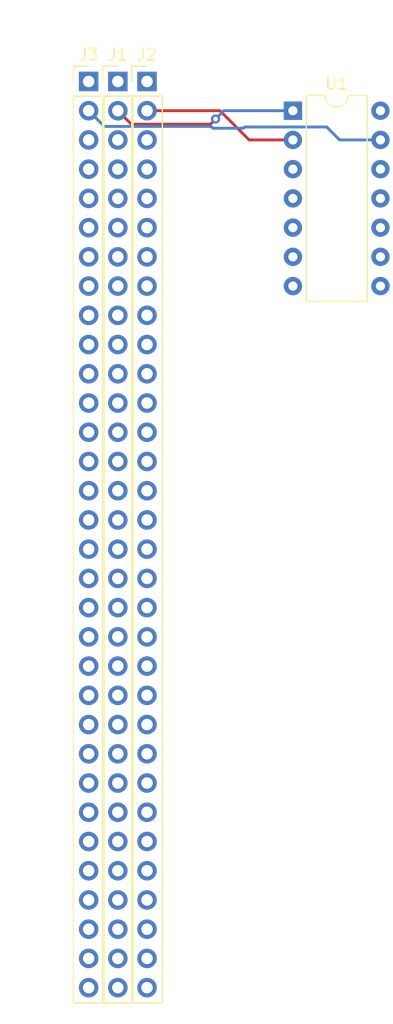
<source format=kicad_pcb>
(kicad_pcb (version 20211014) (generator pcbnew)
  (layers (0 "F.Cu" signal) (31 "B.Cu" signal) (34 "B.Paste" user) (35 "F.Paste" user) (36 "B.SilkS" user "B.Silkscreen") (37 "F.SilkS" user "F.Silkscreen") (38 "B.Mask" user) (39 "F.Mask" user) (44 "Edge.Cuts" user))
  (net 0 "")
  (net 2 "Net-(J1-Pad2)")
  (net 34 "Net-(J2-Pad2)")
  (net 66 "Net-(J3-Pad2)")
  (net 97 "Gnd")
  (net 99 "Vcc")
  (footprint "Connector_PinHeader_2.54mm:PinHeader_1x32_P2.54mm_Vertical" (layer "F.Cu") (at 96.52 48.26)
    (fp_text reference "J2" (at 0 -2.33) (layer "F.SilkS"))
    (fp_text value "Conn_01x32_Female")
    (fp_line (start 1.33 1.27) (end 1.33 80.07) (layer "F.SilkS") (width 0.12))
    (fp_line (start -1.33 1.27) (end -1.33 80.07) (layer "F.SilkS") (width 0.12))
    (fp_line (start -1.33 -1.33) (end 0 -1.33) (layer "F.SilkS") (width 0.12))
    (fp_line (start -1.33 0) (end -1.33 -1.33) (layer "F.SilkS") (width 0.12))
    (fp_line (start -1.33 80.07) (end 1.33 80.07) (layer "F.SilkS") (width 0.12))
    (fp_line (start -1.33 1.27) (end 1.33 1.27) (layer "F.SilkS") (width 0.12))
    (pad "1" thru_hole rect (at 0 0) (size 1.7 1.7) (drill 1) (layers *.Cu *.Mask))
    (pad "2" thru_hole oval (at 0 2.54) (size 1.7 1.7) (drill 1) (layers *.Cu *.Mask) (net 34 "Net-(J2-Pad2)"))
    (pad "3" thru_hole oval (at 0 5.08) (size 1.7 1.7) (drill 1) (layers *.Cu *.Mask))
    (pad "4" thru_hole oval (at 0 7.62) (size 1.7 1.7) (drill 1) (layers *.Cu *.Mask))
    (pad "5" thru_hole oval (at 0 10.16) (size 1.7 1.7) (drill 1) (layers *.Cu *.Mask))
    (pad "6" thru_hole oval (at 0 12.7) (size 1.7 1.7) (drill 1) (layers *.Cu *.Mask))
    (pad "7" thru_hole oval (at 0 15.24) (size 1.7 1.7) (drill 1) (layers *.Cu *.Mask))
    (pad "8" thru_hole oval (at 0 17.78) (size 1.7 1.7) (drill 1) (layers *.Cu *.Mask))
    (pad "9" thru_hole oval (at 0 20.32) (size 1.7 1.7) (drill 1) (layers *.Cu *.Mask))
    (pad "10" thru_hole oval (at 0 22.86) (size 1.7 1.7) (drill 1) (layers *.Cu *.Mask))
    (pad "11" thru_hole oval (at 0 25.4) (size 1.7 1.7) (drill 1) (layers *.Cu *.Mask))
    (pad "12" thru_hole oval (at 0 27.94) (size 1.7 1.7) (drill 1) (layers *.Cu *.Mask))
    (pad "13" thru_hole oval (at 0 30.48) (size 1.7 1.7) (drill 1) (layers *.Cu *.Mask))
    (pad "14" thru_hole oval (at 0 33.02) (size 1.7 1.7) (drill 1) (layers *.Cu *.Mask))
    (pad "15" thru_hole oval (at 0 35.56) (size 1.7 1.7) (drill 1) (layers *.Cu *.Mask))
    (pad "16" thru_hole oval (at 0 38.1) (size 1.7 1.7) (drill 1) (layers *.Cu *.Mask))
    (pad "17" thru_hole oval (at 0 40.64) (size 1.7 1.7) (drill 1) (layers *.Cu *.Mask))
    (pad "18" thru_hole oval (at 0 43.18) (size 1.7 1.7) (drill 1) (layers *.Cu *.Mask))
    (pad "19" thru_hole oval (at 0 45.72) (size 1.7 1.7) (drill 1) (layers *.Cu *.Mask))
    (pad "20" thru_hole oval (at 0 48.26) (size 1.7 1.7) (drill 1) (layers *.Cu *.Mask))
    (pad "21" thru_hole oval (at 0 50.8) (size 1.7 1.7) (drill 1) (layers *.Cu *.Mask))
    (pad "22" thru_hole oval (at 0 53.34) (size 1.7 1.7) (drill 1) (layers *.Cu *.Mask))
    (pad "23" thru_hole oval (at 0 55.88) (size 1.7 1.7) (drill 1) (layers *.Cu *.Mask))
    (pad "24" thru_hole oval (at 0 58.42) (size 1.7 1.7) (drill 1) (layers *.Cu *.Mask))
    (pad "25" thru_hole oval (at 0 60.96) (size 1.7 1.7) (drill 1) (layers *.Cu *.Mask))
    (pad "26" thru_hole oval (at 0 63.5) (size 1.7 1.7) (drill 1) (layers *.Cu *.Mask))
    (pad "27" thru_hole oval (at 0 66.04) (size 1.7 1.7) (drill 1) (layers *.Cu *.Mask))
    (pad "28" thru_hole oval (at 0 68.58) (size 1.7 1.7) (drill 1) (layers *.Cu *.Mask))
    (pad "29" thru_hole oval (at 0 71.12) (size 1.7 1.7) (drill 1) (layers *.Cu *.Mask))
    (pad "30" thru_hole oval (at 0 73.66) (size 1.7 1.7) (drill 1) (layers *.Cu *.Mask))
    (pad "31" thru_hole oval (at 0 76.2) (size 1.7 1.7) (drill 1) (layers *.Cu *.Mask))
    (pad "32" thru_hole oval (at 0 78.74) (size 1.7 1.7) (drill 1) (layers *.Cu *.Mask))
  )
  (footprint "Connector_PinHeader_2.54mm:PinHeader_1x32_P2.54mm_Vertical" (layer "F.Cu") (at 93.98 48.26)
    (fp_text reference "J1" (at 0 -2.33) (layer "F.SilkS"))
    (fp_text value "Conn_01x32_Female")
    (fp_line (start -1.33 0) (end -1.33 -1.33) (layer "F.SilkS") (width 0.12))
    (fp_line (start -1.33 80.07) (end 1.33 80.07) (layer "F.SilkS") (width 0.12))
    (fp_line (start 1.33 1.27) (end 1.33 80.07) (layer "F.SilkS") (width 0.12))
    (fp_line (start -1.33 1.27) (end 1.33 1.27) (layer "F.SilkS") (width 0.12))
    (fp_line (start -1.33 -1.33) (end 0 -1.33) (layer "F.SilkS") (width 0.12))
    (fp_line (start -1.33 1.27) (end -1.33 80.07) (layer "F.SilkS") (width 0.12))
    (pad "1" thru_hole rect (at 0 0) (size 1.7 1.7) (drill 1) (layers *.Cu *.Mask))
    (pad "2" thru_hole oval (at 0 2.54) (size 1.7 1.7) (drill 1) (layers *.Cu *.Mask) (net 2 "Net-(J1-Pad2)"))
    (pad "3" thru_hole oval (at 0 5.08) (size 1.7 1.7) (drill 1) (layers *.Cu *.Mask))
    (pad "4" thru_hole oval (at 0 7.62) (size 1.7 1.7) (drill 1) (layers *.Cu *.Mask))
    (pad "5" thru_hole oval (at 0 10.16) (size 1.7 1.7) (drill 1) (layers *.Cu *.Mask))
    (pad "6" thru_hole oval (at 0 12.7) (size 1.7 1.7) (drill 1) (layers *.Cu *.Mask))
    (pad "7" thru_hole oval (at 0 15.24) (size 1.7 1.7) (drill 1) (layers *.Cu *.Mask))
    (pad "8" thru_hole oval (at 0 17.78) (size 1.7 1.7) (drill 1) (layers *.Cu *.Mask))
    (pad "9" thru_hole oval (at 0 20.32) (size 1.7 1.7) (drill 1) (layers *.Cu *.Mask))
    (pad "10" thru_hole oval (at 0 22.86) (size 1.7 1.7) (drill 1) (layers *.Cu *.Mask))
    (pad "11" thru_hole oval (at 0 25.4) (size 1.7 1.7) (drill 1) (layers *.Cu *.Mask))
    (pad "12" thru_hole oval (at 0 27.94) (size 1.7 1.7) (drill 1) (layers *.Cu *.Mask))
    (pad "13" thru_hole oval (at 0 30.48) (size 1.7 1.7) (drill 1) (layers *.Cu *.Mask))
    (pad "14" thru_hole oval (at 0 33.02) (size 1.7 1.7) (drill 1) (layers *.Cu *.Mask))
    (pad "15" thru_hole oval (at 0 35.56) (size 1.7 1.7) (drill 1) (layers *.Cu *.Mask))
    (pad "16" thru_hole oval (at 0 38.1) (size 1.7 1.7) (drill 1) (layers *.Cu *.Mask))
    (pad "17" thru_hole oval (at 0 40.64) (size 1.7 1.7) (drill 1) (layers *.Cu *.Mask))
    (pad "18" thru_hole oval (at 0 43.18) (size 1.7 1.7) (drill 1) (layers *.Cu *.Mask))
    (pad "19" thru_hole oval (at 0 45.72) (size 1.7 1.7) (drill 1) (layers *.Cu *.Mask))
    (pad "20" thru_hole oval (at 0 48.26) (size 1.7 1.7) (drill 1) (layers *.Cu *.Mask))
    (pad "21" thru_hole oval (at 0 50.8) (size 1.7 1.7) (drill 1) (layers *.Cu *.Mask))
    (pad "22" thru_hole oval (at 0 53.34) (size 1.7 1.7) (drill 1) (layers *.Cu *.Mask))
    (pad "23" thru_hole oval (at 0 55.88) (size 1.7 1.7) (drill 1) (layers *.Cu *.Mask))
    (pad "24" thru_hole oval (at 0 58.42) (size 1.7 1.7) (drill 1) (layers *.Cu *.Mask))
    (pad "25" thru_hole oval (at 0 60.96) (size 1.7 1.7) (drill 1) (layers *.Cu *.Mask))
    (pad "26" thru_hole oval (at 0 63.5) (size 1.7 1.7) (drill 1) (layers *.Cu *.Mask))
    (pad "27" thru_hole oval (at 0 66.04) (size 1.7 1.7) (drill 1) (layers *.Cu *.Mask))
    (pad "28" thru_hole oval (at 0 68.58) (size 1.7 1.7) (drill 1) (layers *.Cu *.Mask))
    (pad "29" thru_hole oval (at 0 71.12) (size 1.7 1.7) (drill 1) (layers *.Cu *.Mask))
    (pad "30" thru_hole oval (at 0 73.66) (size 1.7 1.7) (drill 1) (layers *.Cu *.Mask))
    (pad "31" thru_hole oval (at 0 76.2) (size 1.7 1.7) (drill 1) (layers *.Cu *.Mask))
    (pad "32" thru_hole oval (at 0 78.74) (size 1.7 1.7) (drill 1) (layers *.Cu *.Mask))
  )
  (footprint "Connector_PinHeader_2.54mm:PinHeader_1x32_P2.54mm_Vertical" (layer "F.Cu") (at 91.44 48.26)
    (fp_text reference "J3" (at 0 -2.33) (layer "F.SilkS"))
    (fp_text value "Conn_01x32_Female")
    (fp_line (start -1.33 1.27) (end -1.33 80.07) (layer "F.SilkS") (width 0.12))
    (fp_line (start -1.33 1.27) (end 1.33 1.27) (layer "F.SilkS") (width 0.12))
    (fp_line (start -1.33 0) (end -1.33 -1.33) (layer "F.SilkS") (width 0.12))
    (fp_line (start 1.33 1.27) (end 1.33 80.07) (layer "F.SilkS") (width 0.12))
    (fp_line (start -1.33 80.07) (end 1.33 80.07) (layer "F.SilkS") (width 0.12))
    (fp_line (start -1.33 -1.33) (end 0 -1.33) (layer "F.SilkS") (width 0.12))
    (pad "1" thru_hole rect (at 0 0) (size 1.7 1.7) (drill 1) (layers *.Cu *.Mask))
    (pad "2" thru_hole oval (at 0 2.54) (size 1.7 1.7) (drill 1) (layers *.Cu *.Mask) (net 66 "Net-(J3-Pad2)"))
    (pad "3" thru_hole oval (at 0 5.08) (size 1.7 1.7) (drill 1) (layers *.Cu *.Mask))
    (pad "4" thru_hole oval (at 0 7.62) (size 1.7 1.7) (drill 1) (layers *.Cu *.Mask))
    (pad "5" thru_hole oval (at 0 10.16) (size 1.7 1.7) (drill 1) (layers *.Cu *.Mask))
    (pad "6" thru_hole oval (at 0 12.7) (size 1.7 1.7) (drill 1) (layers *.Cu *.Mask))
    (pad "7" thru_hole oval (at 0 15.24) (size 1.7 1.7) (drill 1) (layers *.Cu *.Mask))
    (pad "8" thru_hole oval (at 0 17.78) (size 1.7 1.7) (drill 1) (layers *.Cu *.Mask))
    (pad "9" thru_hole oval (at 0 20.32) (size 1.7 1.7) (drill 1) (layers *.Cu *.Mask))
    (pad "10" thru_hole oval (at 0 22.86) (size 1.7 1.7) (drill 1) (layers *.Cu *.Mask))
    (pad "11" thru_hole oval (at 0 25.4) (size 1.7 1.7) (drill 1) (layers *.Cu *.Mask))
    (pad "12" thru_hole oval (at 0 27.94) (size 1.7 1.7) (drill 1) (layers *.Cu *.Mask))
    (pad "13" thru_hole oval (at 0 30.48) (size 1.7 1.7) (drill 1) (layers *.Cu *.Mask))
    (pad "14" thru_hole oval (at 0 33.02) (size 1.7 1.7) (drill 1) (layers *.Cu *.Mask))
    (pad "15" thru_hole oval (at 0 35.56) (size 1.7 1.7) (drill 1) (layers *.Cu *.Mask))
    (pad "16" thru_hole oval (at 0 38.1) (size 1.7 1.7) (drill 1) (layers *.Cu *.Mask))
    (pad "17" thru_hole oval (at 0 40.64) (size 1.7 1.7) (drill 1) (layers *.Cu *.Mask))
    (pad "18" thru_hole oval (at 0 43.18) (size 1.7 1.7) (drill 1) (layers *.Cu *.Mask))
    (pad "19" thru_hole oval (at 0 45.72) (size 1.7 1.7) (drill 1) (layers *.Cu *.Mask))
    (pad "20" thru_hole oval (at 0 48.26) (size 1.7 1.7) (drill 1) (layers *.Cu *.Mask))
    (pad "21" thru_hole oval (at 0 50.8) (size 1.7 1.7) (drill 1) (layers *.Cu *.Mask))
    (pad "22" thru_hole oval (at 0 53.34) (size 1.7 1.7) (drill 1) (layers *.Cu *.Mask))
    (pad "23" thru_hole oval (at 0 55.88) (size 1.7 1.7) (drill 1) (layers *.Cu *.Mask))
    (pad "24" thru_hole oval (at 0 58.42) (size 1.7 1.7) (drill 1) (layers *.Cu *.Mask))
    (pad "25" thru_hole oval (at 0 60.96) (size 1.7 1.7) (drill 1) (layers *.Cu *.Mask))
    (pad "26" thru_hole oval (at 0 63.5) (size 1.7 1.7) (drill 1) (layers *.Cu *.Mask))
    (pad "27" thru_hole oval (at 0 66.04) (size 1.7 1.7) (drill 1) (layers *.Cu *.Mask))
    (pad "28" thru_hole oval (at 0 68.58) (size 1.7 1.7) (drill 1) (layers *.Cu *.Mask))
    (pad "29" thru_hole oval (at 0 71.12) (size 1.7 1.7) (drill 1) (layers *.Cu *.Mask))
    (pad "30" thru_hole oval (at 0 73.66) (size 1.7 1.7) (drill 1) (layers *.Cu *.Mask))
    (pad "31" thru_hole oval (at 0 76.2) (size 1.7 1.7) (drill 1) (layers *.Cu *.Mask))
    (pad "32" thru_hole oval (at 0 78.74) (size 1.7 1.7) (drill 1) (layers *.Cu *.Mask))
  )
  (footprint "Package_DIP:DIP-14_W7.62mm" (layer "F.Cu") (at 109.22 50.8)
    (fp_text reference "U1" (at 3.81 -2.33) (layer "F.SilkS"))
    (fp_text value "7410")
    (fp_line (start 2.81 -1.33) (end 1.16 -1.33) (layer "F.SilkS") (width 0.12))
    (fp_line (start 6.46 16.57) (end 6.46 -1.33) (layer "F.SilkS") (width 0.12))
    (fp_line (start 1.16 -1.33) (end 1.16 16.57) (layer "F.SilkS") (width 0.12))
    (fp_line (start 6.46 -1.33) (end 4.81 -1.33) (layer "F.SilkS") (width 0.12))
    (fp_line (start 1.16 16.57) (end 6.46 16.57) (layer "F.SilkS") (width 0.12))
    (fp_arc (start 4.81 -1.33) (mid 3.81 -0.33) (end 2.81 -1.33) (layer "F.SilkS") (width 0.12))
    (pad "1" thru_hole rect (at 0 0) (size 1.6 1.6) (drill 0.8) (layers *.Cu *.Mask) (net 2 "Net-(J1-Pad2)"))
    (pad "2" thru_hole oval (at 0 2.54) (size 1.6 1.6) (drill 0.8) (layers *.Cu *.Mask) (net 34 "Net-(J2-Pad2)"))
    (pad "3" thru_hole oval (at 0 5.08) (size 1.6 1.6) (drill 0.8) (layers *.Cu *.Mask))
    (pad "4" thru_hole oval (at 0 7.62) (size 1.6 1.6) (drill 0.8) (layers *.Cu *.Mask))
    (pad "5" thru_hole oval (at 0 10.16) (size 1.6 1.6) (drill 0.8) (layers *.Cu *.Mask))
    (pad "6" thru_hole oval (at 0 12.7) (size 1.6 1.6) (drill 0.8) (layers *.Cu *.Mask))
    (pad "7" thru_hole oval (at 0 15.24) (size 1.6 1.6) (drill 0.8) (layers *.Cu *.Mask) (net 97 "Gnd"))
    (pad "8" thru_hole oval (at 7.62 15.24) (size 1.6 1.6) (drill 0.8) (layers *.Cu *.Mask))
    (pad "9" thru_hole oval (at 7.62 12.7) (size 1.6 1.6) (drill 0.8) (layers *.Cu *.Mask))
    (pad "10" thru_hole oval (at 7.62 10.16) (size 1.6 1.6) (drill 0.8) (layers *.Cu *.Mask))
    (pad "11" thru_hole oval (at 7.62 7.62) (size 1.6 1.6) (drill 0.8) (layers *.Cu *.Mask))
    (pad "12" thru_hole oval (at 7.62 5.08) (size 1.6 1.6) (drill 0.8) (layers *.Cu *.Mask))
    (pad "13" thru_hole oval (at 7.62 2.54) (size 1.6 1.6) (drill 0.8) (layers *.Cu *.Mask) (net 66 "Net-(J3-Pad2)"))
    (pad "14" thru_hole oval (at 7.62 0) (size 1.6 1.6) (drill 0.8) (layers *.Cu *.Mask) (net 99 "Vcc"))
  )
  (segment (start 93.98 50.8) (end 95.154511 51.974511) (width 0.25) (layer "F.Cu") (net 2))
  (segment (start 102.03469 51.974511) (end 102.484701 51.5245) (width 0.25) (layer "F.Cu") (net 2))
  (segment (start 95.154511 51.974511) (end 102.03469 51.974511) (width 0.25) (layer "F.Cu") (net 2))
  (via (at 102.484701 51.5245) (size 0.8) (drill 0.4) (layers "F.Cu" "B.Cu") (net 2))
  (segment (start 103.209201 50.8) (end 109.22 50.8) (width 0.25) (layer "B.Cu") (net 2))
  (segment (start 102.484701 51.5245) (end 103.209201 50.8) (width 0.25) (layer "B.Cu") (net 2))
  (segment (start 105.41 53.34) (end 109.22 53.34) (width 0.25) (layer "F.Cu") (net 34))
  (segment (start 102.87 50.8) (end 105.41 53.34) (width 0.25) (layer "F.Cu") (net 34))
  (segment (start 96.52 50.8) (end 102.87 50.8) (width 0.25) (layer "F.Cu") (net 34))
  (segment (start 105.010511 52.215489) (end 112.159489 52.215489) (width 0.25) (layer "B.Cu") (net 66))
  (segment (start 104.902 52.324) (end 105.010511 52.215489) (width 0.25) (layer "B.Cu") (net 66))
  (segment (start 112.159489 52.215489) (end 113.284 53.34) (width 0.25) (layer "B.Cu") (net 66))
  (segment (start 102.101076 52.165489) (end 102.259587 52.324) (width 0.25) (layer "B.Cu") (net 66))
  (segment (start 113.284 53.34) (end 116.84 53.34) (width 0.25) (layer "B.Cu") (net 66))
  (segment (start 102.259587 52.324) (end 104.902 52.324) (width 0.25) (layer "B.Cu") (net 66))
  (segment (start 92.805489 52.165489) (end 102.101076 52.165489) (width 0.25) (layer "B.Cu") (net 66))
  (segment (start 91.44 50.8) (end 92.805489 52.165489) (width 0.25) (layer "B.Cu") (net 66))
)
</source>
